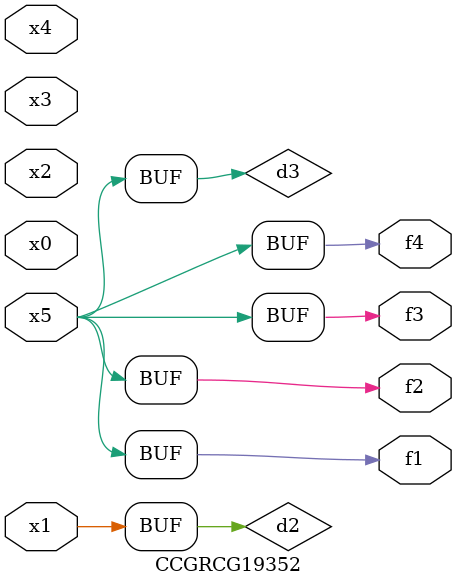
<source format=v>
module CCGRCG19352(
	input x0, x1, x2, x3, x4, x5,
	output f1, f2, f3, f4
);

	wire d1, d2, d3;

	not (d1, x5);
	or (d2, x1);
	xnor (d3, d1);
	assign f1 = d3;
	assign f2 = d3;
	assign f3 = d3;
	assign f4 = d3;
endmodule

</source>
